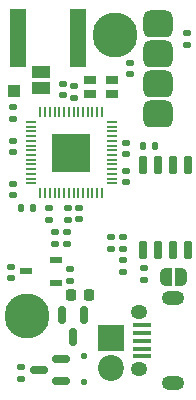
<source format=gbr>
%TF.GenerationSoftware,KiCad,Pcbnew,8.0.0*%
%TF.CreationDate,2025-01-25T20:08:19-08:00*%
%TF.ProjectId,Hope,486f7065-2e6b-4696-9361-645f70636258,rev?*%
%TF.SameCoordinates,Original*%
%TF.FileFunction,Soldermask,Top*%
%TF.FilePolarity,Negative*%
%FSLAX46Y46*%
G04 Gerber Fmt 4.6, Leading zero omitted, Abs format (unit mm)*
G04 Created by KiCad (PCBNEW 8.0.0) date 2025-01-25 20:08:19*
%MOMM*%
%LPD*%
G01*
G04 APERTURE LIST*
G04 Aperture macros list*
%AMRoundRect*
0 Rectangle with rounded corners*
0 $1 Rounding radius*
0 $2 $3 $4 $5 $6 $7 $8 $9 X,Y pos of 4 corners*
0 Add a 4 corners polygon primitive as box body*
4,1,4,$2,$3,$4,$5,$6,$7,$8,$9,$2,$3,0*
0 Add four circle primitives for the rounded corners*
1,1,$1+$1,$2,$3*
1,1,$1+$1,$4,$5*
1,1,$1+$1,$6,$7*
1,1,$1+$1,$8,$9*
0 Add four rect primitives between the rounded corners*
20,1,$1+$1,$2,$3,$4,$5,0*
20,1,$1+$1,$4,$5,$6,$7,0*
20,1,$1+$1,$6,$7,$8,$9,0*
20,1,$1+$1,$8,$9,$2,$3,0*%
%AMFreePoly0*
4,1,19,0.500000,-0.750000,0.000000,-0.750000,0.000000,-0.744911,-0.071157,-0.744911,-0.207708,-0.704816,-0.327430,-0.627875,-0.420627,-0.520320,-0.479746,-0.390866,-0.500000,-0.250000,-0.500000,0.250000,-0.479746,0.390866,-0.420627,0.520320,-0.327430,0.627875,-0.207708,0.704816,-0.071157,0.744911,0.000000,0.744911,0.000000,0.750000,0.500000,0.750000,0.500000,-0.750000,0.500000,-0.750000,
$1*%
%AMFreePoly1*
4,1,19,0.000000,0.744911,0.071157,0.744911,0.207708,0.704816,0.327430,0.627875,0.420627,0.520320,0.479746,0.390866,0.500000,0.250000,0.500000,-0.250000,0.479746,-0.390866,0.420627,-0.520320,0.327430,-0.627875,0.207708,-0.704816,0.071157,-0.744911,0.000000,-0.744911,0.000000,-0.750000,-0.500000,-0.750000,-0.500000,0.750000,0.000000,0.750000,0.000000,0.744911,0.000000,0.744911,
$1*%
G04 Aperture macros list end*
%ADD10FreePoly0,180.000000*%
%ADD11FreePoly1,180.000000*%
%ADD12RoundRect,0.140000X-0.170000X0.140000X-0.170000X-0.140000X0.170000X-0.140000X0.170000X0.140000X0*%
%ADD13RoundRect,0.140000X0.170000X-0.140000X0.170000X0.140000X-0.170000X0.140000X-0.170000X-0.140000X0*%
%ADD14RoundRect,0.135000X0.185000X-0.135000X0.185000X0.135000X-0.185000X0.135000X-0.185000X-0.135000X0*%
%ADD15R,1.000000X1.000000*%
%ADD16RoundRect,0.571500X0.678500X-0.571500X0.678500X0.571500X-0.678500X0.571500X-0.678500X-0.571500X0*%
%ADD17RoundRect,0.150000X0.587500X0.150000X-0.587500X0.150000X-0.587500X-0.150000X0.587500X-0.150000X0*%
%ADD18RoundRect,0.125000X-0.125000X0.125000X-0.125000X-0.125000X0.125000X-0.125000X0.125000X0.125000X0*%
%ADD19RoundRect,0.135000X-0.185000X0.135000X-0.185000X-0.135000X0.185000X-0.135000X0.185000X0.135000X0*%
%ADD20R,1.500000X1.000000*%
%ADD21RoundRect,0.140000X-0.140000X-0.170000X0.140000X-0.170000X0.140000X0.170000X-0.140000X0.170000X0*%
%ADD22RoundRect,0.150000X0.150000X-0.650000X0.150000X0.650000X-0.150000X0.650000X-0.150000X-0.650000X0*%
%ADD23RoundRect,0.150000X-0.150000X0.587500X-0.150000X-0.587500X0.150000X-0.587500X0.150000X0.587500X0*%
%ADD24C,3.800000*%
%ADD25R,1.000000X0.800000*%
%ADD26RoundRect,0.050000X0.387500X0.050000X-0.387500X0.050000X-0.387500X-0.050000X0.387500X-0.050000X0*%
%ADD27RoundRect,0.050000X0.050000X0.387500X-0.050000X0.387500X-0.050000X-0.387500X0.050000X-0.387500X0*%
%ADD28R,3.200000X3.200000*%
%ADD29R,1.600000X0.400000*%
%ADD30O,1.400000X1.200000*%
%ADD31O,1.900000X1.200000*%
%ADD32R,1.070000X0.600000*%
%ADD33RoundRect,0.225000X-0.225000X-0.250000X0.225000X-0.250000X0.225000X0.250000X-0.225000X0.250000X0*%
%ADD34RoundRect,0.140000X0.140000X0.170000X-0.140000X0.170000X-0.140000X-0.170000X0.140000X-0.170000X0*%
%ADD35R,2.200000X2.200000*%
%ADD36C,2.200000*%
%ADD37R,1.400000X5.000000*%
G04 APERTURE END LIST*
D10*
%TO.C,J3*%
X15377901Y10219660D03*
D11*
X14077901Y10219660D03*
%TD*%
D12*
%TO.C,C11*%
X1168400Y18107600D03*
X1168400Y17147600D03*
%TD*%
D13*
%TO.C,C8*%
X10718800Y18265200D03*
X10718800Y19225200D03*
%TD*%
%TO.C,C5*%
X11074400Y27383800D03*
X11074400Y28343800D03*
%TD*%
D14*
%TO.C,R2*%
X5689600Y13030800D03*
X5689600Y14050800D03*
%TD*%
D15*
%TO.C,TP1*%
X1219200Y26009600D03*
%TD*%
D14*
%TO.C,R4*%
X1168400Y23569200D03*
X1168400Y24589200D03*
%TD*%
D16*
%TO.C,J7*%
X13385800Y24015700D03*
X13385800Y26581100D03*
X13385800Y29121100D03*
X13385800Y31661100D03*
%TD*%
D13*
%TO.C,C16*%
X9448800Y12626400D03*
X9448800Y13586400D03*
%TD*%
%TO.C,C14*%
X939800Y10111800D03*
X939800Y11071800D03*
%TD*%
D17*
%TO.C,Q1*%
X5204700Y1423500D03*
X5204700Y3323500D03*
X3329700Y2373500D03*
%TD*%
D18*
%TO.C,D3*%
X7162800Y3538400D03*
X7162800Y1338400D03*
%TD*%
D14*
%TO.C,R5*%
X15875000Y29893800D03*
X15875000Y30913800D03*
%TD*%
D12*
%TO.C,C12*%
X5791200Y16052800D03*
X5791200Y15092800D03*
%TD*%
D14*
%TO.C,R8*%
X10416000Y10615200D03*
X10416000Y11635200D03*
%TD*%
D19*
%TO.C,R1*%
X12242800Y11025600D03*
X12242800Y10005600D03*
%TD*%
D20*
%TO.C,J2*%
X3505200Y27563600D03*
X3505200Y26263600D03*
%TD*%
D21*
%TO.C,C3*%
X12169200Y21313200D03*
X13129200Y21313200D03*
%TD*%
D13*
%TO.C,C9*%
X6299200Y25428000D03*
X6299200Y26388000D03*
%TD*%
%TO.C,C2*%
X5334000Y25631200D03*
X5334000Y26591200D03*
%TD*%
D22*
%TO.C,U1*%
X12166600Y12554400D03*
X13436600Y12554400D03*
X14706600Y12554400D03*
X15976600Y12554400D03*
X15976600Y19754400D03*
X14706600Y19754400D03*
X13436600Y19754400D03*
X12166600Y19754400D03*
%TD*%
D23*
%TO.C,Q2*%
X7147600Y7005800D03*
X5247600Y7005800D03*
X6197600Y5130800D03*
%TD*%
D24*
%TO.C,H4*%
X2336800Y6908800D03*
%TD*%
D14*
%TO.C,R9*%
X10464800Y12596400D03*
X10464800Y13616400D03*
%TD*%
D25*
%TO.C,X1*%
X9490400Y26932800D03*
X7690400Y26932800D03*
X7690400Y25732800D03*
X9490400Y25732800D03*
%TD*%
D26*
%TO.C,U2*%
X9505100Y18165200D03*
X9505100Y18565200D03*
X9505100Y18965200D03*
X9505100Y19365200D03*
X9505100Y19765200D03*
X9505100Y20165200D03*
X9505100Y20565200D03*
X9505100Y20965200D03*
X9505100Y21365200D03*
X9505100Y21765200D03*
X9505100Y22165200D03*
X9505100Y22565200D03*
X9505100Y22965200D03*
X9505100Y23365200D03*
D27*
X8667600Y24202700D03*
X8267600Y24202700D03*
X7867600Y24202700D03*
X7467600Y24202700D03*
X7067600Y24202700D03*
X6667600Y24202700D03*
X6267600Y24202700D03*
X5867600Y24202700D03*
X5467600Y24202700D03*
X5067600Y24202700D03*
X4667600Y24202700D03*
X4267600Y24202700D03*
X3867600Y24202700D03*
X3467600Y24202700D03*
D26*
X2630100Y23365200D03*
X2630100Y22965200D03*
X2630100Y22565200D03*
X2630100Y22165200D03*
X2630100Y21765200D03*
X2630100Y21365200D03*
X2630100Y20965200D03*
X2630100Y20565200D03*
X2630100Y20165200D03*
X2630100Y19765200D03*
X2630100Y19365200D03*
X2630100Y18965200D03*
X2630100Y18565200D03*
X2630100Y18165200D03*
D27*
X3467600Y17327700D03*
X3867600Y17327700D03*
X4267600Y17327700D03*
X4667600Y17327700D03*
X5067600Y17327700D03*
X5467600Y17327700D03*
X5867600Y17327700D03*
X6267600Y17327700D03*
X6667600Y17327700D03*
X7067600Y17327700D03*
X7467600Y17327700D03*
X7867600Y17327700D03*
X8267600Y17327700D03*
X8667600Y17327700D03*
D28*
X6067600Y20765200D03*
%TD*%
D19*
%TO.C,R3*%
X4675600Y14050800D03*
X4675600Y13030800D03*
%TD*%
D29*
%TO.C,J1*%
X12074700Y3526000D03*
X12074700Y4176000D03*
X12074700Y4826000D03*
X12074700Y5476000D03*
X12064700Y6126000D03*
D30*
X11824700Y7246000D03*
X11824700Y2406000D03*
D31*
X14724700Y1226000D03*
X14724700Y8426000D03*
%TD*%
D24*
%TO.C,H3*%
X9753600Y30759400D03*
%TD*%
D12*
%TO.C,C1*%
X6756400Y16075600D03*
X6756400Y15115600D03*
%TD*%
%TO.C,C4*%
X4165600Y16052800D03*
X4165600Y15092800D03*
%TD*%
%TO.C,C10*%
X1168400Y21765200D03*
X1168400Y20805200D03*
%TD*%
D13*
%TO.C,C13*%
X5943600Y9934000D03*
X5943600Y10894000D03*
%TD*%
D32*
%TO.C,U3*%
X4749800Y9753600D03*
X4749800Y11653600D03*
X2269800Y10703600D03*
%TD*%
D12*
%TO.C,C7*%
X10668000Y21612800D03*
X10668000Y20652800D03*
%TD*%
D33*
%TO.C,C15*%
X6032200Y8686800D03*
X7582200Y8686800D03*
%TD*%
D14*
%TO.C,R7*%
X1778000Y1623600D03*
X1778000Y2643600D03*
%TD*%
D34*
%TO.C,C6*%
X2816800Y16103600D03*
X1856800Y16103600D03*
%TD*%
D35*
%TO.C,J4*%
X9448800Y5080000D03*
D36*
X9448800Y2540000D03*
%TD*%
D37*
%TO.C,AE1*%
X6664800Y30429200D03*
X1564800Y30429200D03*
%TD*%
M02*

</source>
